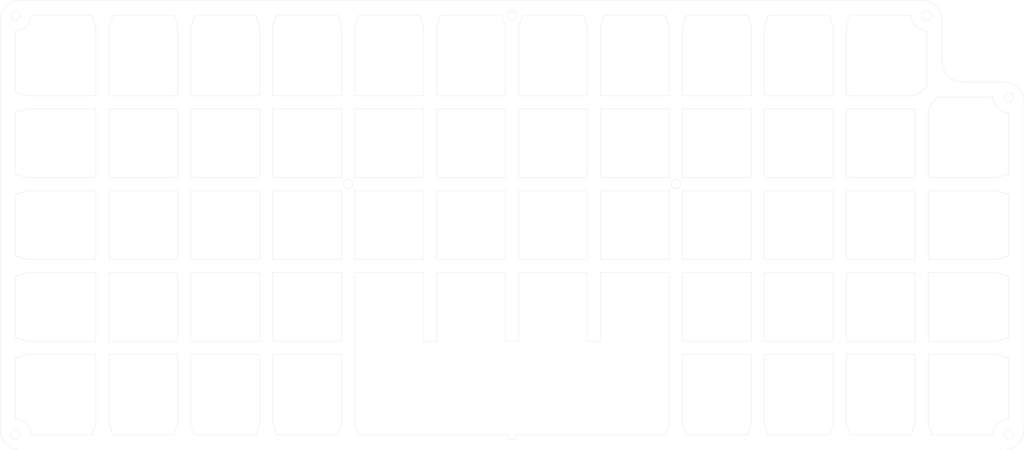
<source format=kicad_pcb>
(kicad_pcb (version 20171130) (host pcbnew "(5.1.5)-3")

  (general
    (thickness 1.6)
    (drawings 305)
    (tracks 0)
    (zones 0)
    (modules 0)
    (nets 1)
  )

  (page A4)
  (layers
    (0 F.Cu signal)
    (31 B.Cu signal)
    (32 B.Adhes user hide)
    (33 F.Adhes user hide)
    (34 B.Paste user hide)
    (35 F.Paste user hide)
    (36 B.SilkS user)
    (37 F.SilkS user)
    (38 B.Mask user)
    (39 F.Mask user)
    (40 Dwgs.User user hide)
    (41 Cmts.User user hide)
    (42 Eco1.User user hide)
    (43 Eco2.User user hide)
    (44 Edge.Cuts user)
    (45 Margin user hide)
    (46 B.CrtYd user hide)
    (47 F.CrtYd user hide)
    (48 B.Fab user hide)
    (49 F.Fab user hide)
  )

  (setup
    (last_trace_width 0.35)
    (trace_clearance 0.2)
    (zone_clearance 0.508)
    (zone_45_only no)
    (trace_min 0.2)
    (via_size 0.8)
    (via_drill 0.4)
    (via_min_size 0.4)
    (via_min_drill 0.3)
    (uvia_size 0.3)
    (uvia_drill 0.1)
    (uvias_allowed no)
    (uvia_min_size 0.2)
    (uvia_min_drill 0.1)
    (edge_width 0.05)
    (segment_width 0.2)
    (pcb_text_width 0.3)
    (pcb_text_size 1.5 1.5)
    (mod_edge_width 0.12)
    (mod_text_size 1 1)
    (mod_text_width 0.15)
    (pad_size 1.524 1.524)
    (pad_drill 0.762)
    (pad_to_mask_clearance 0.051)
    (solder_mask_min_width 0.25)
    (aux_axis_origin 0 0)
    (grid_origin 310.308625 71.707625)
    (visible_elements 7FFFF77F)
    (pcbplotparams
      (layerselection 0x01000_7ffffffe)
      (usegerberextensions true)
      (usegerberattributes false)
      (usegerberadvancedattributes false)
      (creategerberjobfile false)
      (excludeedgelayer true)
      (linewidth 0.100000)
      (plotframeref false)
      (viasonmask false)
      (mode 1)
      (useauxorigin false)
      (hpglpennumber 1)
      (hpglpenspeed 20)
      (hpglpendiameter 15.000000)
      (psnegative false)
      (psa4output false)
      (plotreference false)
      (plotvalue false)
      (plotinvisibletext false)
      (padsonsilk false)
      (subtractmaskfromsilk false)
      (outputformat 3)
      (mirror false)
      (drillshape 0)
      (scaleselection 1)
      (outputdirectory "dxf/"))
  )

  (net 0 "")

  (net_class Default "This is the default net class."
    (clearance 0.2)
    (trace_width 0.35)
    (via_dia 0.8)
    (via_drill 0.4)
    (uvia_dia 0.3)
    (uvia_drill 0.1)
    (diff_pair_width 0.35)
    (diff_pair_gap 0.25)
  )

  (gr_line (start 389.22425 52.992) (end 389.22425 49.942) (layer Edge.Cuts) (width 0.05) (tstamp 60029D09))
  (gr_line (start 405.22425 49.942) (end 408.27425 49.942) (layer Edge.Cuts) (width 0.05) (tstamp 60029D0B))
  (gr_line (start 424.27425 49.942) (end 427.32425 49.942) (layer Edge.Cuts) (width 0.05) (tstamp 60029D0C))
  (gr_line (start 443.32425 49.942) (end 446.37425 49.942) (layer Edge.Cuts) (width 0.05) (tstamp 60029D0D))
  (gr_line (start 462.37425 52.992) (end 462.37425 49.942) (layer Edge.Cuts) (width 0.05) (tstamp 60029D0A))
  (gr_line (start 329.02425 68.992) (end 329.02425 52.992) (layer Edge.Cuts) (width 0.05) (tstamp 5FE1317D))
  (gr_line (start 332.07425 52.992) (end 332.07425 68.992) (layer Edge.Cuts) (width 0.05) (tstamp 5FE1315C))
  (gr_line (start 370.17425 52.992) (end 370.17425 68.992) (layer Edge.Cuts) (width 0.05) (tstamp 5FE13192))
  (gr_line (start 367.12425 68.992) (end 367.12425 52.992) (layer Edge.Cuts) (width 0.05) (tstamp 5FE13191))
  (gr_line (start 370.17425 33.942) (end 370.17425 49.942) (layer Edge.Cuts) (width 0.05) (tstamp 5FE130DA))
  (gr_line (start 370.17425 49.942) (end 386.17425 49.942) (layer Edge.Cuts) (width 0.05) (tstamp 5FE130DB))
  (gr_line (start 386.17425 52.992) (end 370.17425 52.992) (layer Edge.Cuts) (width 0.05) (tstamp 5FE13197))
  (gr_line (start 367.12425 49.942) (end 367.12425 33.942) (layer Edge.Cuts) (width 0.05) (tstamp 5FE13194))
  (gr_line (start 367.12425 52.992) (end 351.12425 52.992) (layer Edge.Cuts) (width 0.05) (tstamp 5FE1318C))
  (gr_line (start 351.12425 49.942) (end 367.12425 49.942) (layer Edge.Cuts) (width 0.05) (tstamp 5FE13195))
  (gr_line (start 332.07425 33.942) (end 332.07425 49.942) (layer Edge.Cuts) (width 0.05) (tstamp 5FE1318D))
  (gr_line (start 332.07425 49.942) (end 348.07425 49.942) (layer Edge.Cuts) (width 0.05) (tstamp 5FE1318F))
  (gr_line (start 329.02425 52.992) (end 313.02425 52.992) (layer Edge.Cuts) (width 0.05) (tstamp 5FE13172))
  (gr_line (start 348.07425 52.992) (end 332.07425 52.992) (layer Edge.Cuts) (width 0.05) (tstamp 5FE1316D))
  (gr_line (start 329.02425 49.942) (end 329.02425 33.942) (layer Edge.Cuts) (width 0.05) (tstamp 5FE1315B))
  (gr_line (start 313.02425 49.942) (end 329.02425 49.942) (layer Edge.Cuts) (width 0.05) (tstamp 5FE13164))
  (gr_line (start 332.07425 -4.158) (end 332.07425 11.842) (layer Edge.Cuts) (width 0.05) (tstamp 5FE13184))
  (gr_line (start 329.02425 14.892) (end 313.02425 14.892) (layer Edge.Cuts) (width 0.05) (tstamp 5FE13178))
  (gr_line (start 329.02425 11.842) (end 329.02425 -4.158) (layer Edge.Cuts) (width 0.05) (tstamp 5FE13176))
  (gr_line (start 332.07425 14.892) (end 332.07425 30.892) (layer Edge.Cuts) (width 0.05) (tstamp 5FE1316E))
  (gr_line (start 332.07425 11.842) (end 348.07425 11.842) (layer Edge.Cuts) (width 0.05) (tstamp 5FE13174))
  (gr_line (start 348.07425 14.892) (end 332.07425 14.892) (layer Edge.Cuts) (width 0.05) (tstamp 5FE13162))
  (gr_line (start 313.02425 11.842) (end 329.02425 11.842) (layer Edge.Cuts) (width 0.05) (tstamp 5FE1315E))
  (gr_line (start 329.02425 30.892) (end 329.02425 14.892) (layer Edge.Cuts) (width 0.05) (tstamp 5FE1315D))
  (gr_line (start 370.17425 14.892) (end 370.17425 30.892) (layer Edge.Cuts) (width 0.05) (tstamp 5FE13182))
  (gr_line (start 370.17425 11.842) (end 386.17425 11.842) (layer Edge.Cuts) (width 0.05) (tstamp 5FE13181))
  (gr_line (start 370.17425 -4.158) (end 370.17425 11.842) (layer Edge.Cuts) (width 0.05) (tstamp 5FE1317C))
  (gr_line (start 351.12425 11.842) (end 367.12425 11.842) (layer Edge.Cuts) (width 0.05) (tstamp 5FE1316C))
  (gr_line (start 367.12425 11.842) (end 367.12425 -4.158) (layer Edge.Cuts) (width 0.05) (tstamp 5FE1316B))
  (gr_line (start 367.12425 14.892) (end 351.12425 14.892) (layer Edge.Cuts) (width 0.05) (tstamp 5FE1316A))
  (gr_line (start 367.12425 30.892) (end 367.12425 14.892) (layer Edge.Cuts) (width 0.05) (tstamp 5FE13160))
  (gr_line (start 386.17425 14.892) (end 370.17425 14.892) (layer Edge.Cuts) (width 0.05) (tstamp 5FE130E5))
  (gr_arc (start 425.79925 -25.923625) (end 427.324249 -24.088001) (angle -50.28088549) (layer Edge.Cuts) (width 0.05))
  (gr_arc (start 425.79925 -25.923625) (end 423.4128 -25.923625) (angle -50.28088549) (layer Edge.Cuts) (width 0.05))
  (gr_line (start 428.1857 -25.923625) (end 442.468 -25.923625) (layer Edge.Cuts) (width 0.05) (tstamp 5FE16B67))
  (gr_line (start 409.1305 -25.923625) (end 423.4128 -25.923625) (layer Edge.Cuts) (width 0.05) (tstamp 5FE16B64))
  (gr_line (start 424.27425 -7.208) (end 424.27425 -24.088) (layer Edge.Cuts) (width 0.05) (tstamp 5FE16B05))
  (gr_line (start 351.12425 52.992) (end 351.12425 68.992) (layer Edge.Cuts) (width 0.05) (tstamp 5FE13199))
  (gr_line (start 311.49925 75.2795) (end 540.09925 75.2795) (layer Edge.Cuts) (width 0.05) (tstamp 5FE13198))
  (gr_line (start 386.17425 68.992) (end 386.17425 52.992) (layer Edge.Cuts) (width 0.05) (tstamp 5FE13196))
  (gr_line (start 351.12425 33.942) (end 351.12425 49.942) (layer Edge.Cuts) (width 0.05) (tstamp 5FE13193))
  (gr_line (start 348.07425 33.942) (end 332.07425 33.942) (layer Edge.Cuts) (width 0.05) (tstamp 5FE13190))
  (gr_line (start 348.07425 49.942) (end 348.07425 33.942) (layer Edge.Cuts) (width 0.05) (tstamp 5FE1318E))
  (gr_line (start 370.17425 30.892) (end 386.17425 30.892) (layer Edge.Cuts) (width 0.05) (tstamp 5FE1318B))
  (gr_line (start 386.17425 30.892) (end 386.17425 14.892) (layer Edge.Cuts) (width 0.05) (tstamp 5FE1318A))
  (gr_line (start 386.17425 -4.158) (end 370.17425 -4.158) (layer Edge.Cuts) (width 0.05) (tstamp 5FE13189))
  (gr_line (start 386.17425 11.842) (end 386.17425 -4.158) (layer Edge.Cuts) (width 0.05) (tstamp 5FE13188))
  (gr_line (start 348.07425 68.992) (end 348.07425 52.992) (layer Edge.Cuts) (width 0.05) (tstamp 5FE13187))
  (gr_line (start 370.17425 -23.208) (end 370.17425 -7.208) (layer Edge.Cuts) (width 0.05) (tstamp 5FE13186))
  (gr_line (start 367.12425 -4.158) (end 351.12425 -4.158) (layer Edge.Cuts) (width 0.05) (tstamp 5FE13185))
  (gr_line (start 367.12425 33.942) (end 351.12425 33.942) (layer Edge.Cuts) (width 0.05) (tstamp 5FE13183))
  (gr_line (start 348.07425 11.842) (end 348.07425 -4.158) (layer Edge.Cuts) (width 0.05) (tstamp 5FE13180))
  (gr_line (start 386.17425 -7.208) (end 386.17425 -23.208) (layer Edge.Cuts) (width 0.05) (tstamp 5FE1317F))
  (gr_line (start 332.07425 -23.208) (end 332.07425 -7.208) (layer Edge.Cuts) (width 0.05) (tstamp 5FE1317E))
  (gr_line (start 370.17425 -7.208) (end 386.17425 -7.208) (layer Edge.Cuts) (width 0.05) (tstamp 5FE1317B))
  (gr_line (start 351.12425 -7.208) (end 367.12425 -7.208) (layer Edge.Cuts) (width 0.05) (tstamp 5FE1317A))
  (gr_line (start 367.12425 -7.208) (end 367.12425 -23.208) (layer Edge.Cuts) (width 0.05) (tstamp 5FE13179))
  (gr_line (start 313.02425 -7.208) (end 329.02425 -7.208) (layer Edge.Cuts) (width 0.05) (tstamp 5FE13177))
  (gr_line (start 348.07425 -7.208) (end 348.07425 -23.208) (layer Edge.Cuts) (width 0.05) (tstamp 5FE13175))
  (gr_line (start 329.02425 33.942) (end 313.02425 33.942) (layer Edge.Cuts) (width 0.05) (tstamp 5FE13173))
  (gr_line (start 329.02425 -4.158) (end 313.02425 -4.158) (layer Edge.Cuts) (width 0.05) (tstamp 5FE13171))
  (gr_line (start 351.12425 -4.158) (end 351.12425 11.842) (layer Edge.Cuts) (width 0.05) (tstamp 5FE13170))
  (gr_line (start 351.12425 -23.208) (end 351.12425 -7.208) (layer Edge.Cuts) (width 0.05) (tstamp 5FE1316F))
  (gr_line (start 313.02425 30.892) (end 329.02425 30.892) (layer Edge.Cuts) (width 0.05) (tstamp 5FE13169))
  (gr_line (start 351.12425 30.892) (end 367.12425 30.892) (layer Edge.Cuts) (width 0.05) (tstamp 5FE13168))
  (gr_line (start 351.12425 14.892) (end 351.12425 30.892) (layer Edge.Cuts) (width 0.05) (tstamp 5FE13167))
  (gr_line (start 332.07425 30.892) (end 348.07425 30.892) (layer Edge.Cuts) (width 0.05) (tstamp 5FE13166))
  (gr_line (start 332.07425 -7.208) (end 348.07425 -7.208) (layer Edge.Cuts) (width 0.05) (tstamp 5FE13165))
  (gr_line (start 348.07425 -4.158) (end 332.07425 -4.158) (layer Edge.Cuts) (width 0.05) (tstamp 5FE13163))
  (gr_line (start 329.02425 -7.208) (end 329.02425 -23.208) (layer Edge.Cuts) (width 0.05) (tstamp 5FE13161))
  (gr_line (start 348.07425 30.892) (end 348.07425 14.892) (layer Edge.Cuts) (width 0.05) (tstamp 5FE1315F))
  (gr_line (start 538.57425 14.892) (end 522.57425 14.892) (layer Edge.Cuts) (width 0.05) (tstamp 5FE1315A))
  (gr_line (start 522.57425 11.842) (end 538.57425 11.842) (layer Edge.Cuts) (width 0.05) (tstamp 5FE13159))
  (gr_line (start 500.47425 11.842) (end 500.47425 -4.158) (layer Edge.Cuts) (width 0.05) (tstamp 5FE13158))
  (gr_line (start 481.42425 11.842) (end 481.42425 -4.158) (layer Edge.Cuts) (width 0.05) (tstamp 5FE13157))
  (gr_line (start 465.42425 -7.208) (end 481.42425 -7.208) (layer Edge.Cuts) (width 0.05) (tstamp 5FE13156))
  (gr_line (start 484.47425 -7.208) (end 500.47425 -7.208) (layer Edge.Cuts) (width 0.05) (tstamp 5FE13155))
  (gr_line (start 519.52425 30.892) (end 519.52425 14.892) (layer Edge.Cuts) (width 0.05) (tstamp 5FE13154))
  (gr_line (start 427.32425 33.942) (end 427.32425 49.942) (layer Edge.Cuts) (width 0.05) (tstamp 5FE13153))
  (gr_line (start 481.42425 -4.158) (end 465.42425 -4.158) (layer Edge.Cuts) (width 0.05) (tstamp 5FE13152))
  (gr_line (start 481.42425 30.892) (end 481.42425 14.892) (layer Edge.Cuts) (width 0.05) (tstamp 5FE13151))
  (gr_line (start 484.47425 -23.208) (end 484.47425 -7.208) (layer Edge.Cuts) (width 0.05) (tstamp 5FE13150))
  (gr_line (start 465.42425 11.842) (end 481.42425 11.842) (layer Edge.Cuts) (width 0.05) (tstamp 5FE1314F))
  (gr_line (start 465.42425 30.892) (end 481.42425 30.892) (layer Edge.Cuts) (width 0.05) (tstamp 5FE1314E))
  (gr_line (start 484.47425 14.892) (end 484.47425 30.892) (layer Edge.Cuts) (width 0.05) (tstamp 5FE1314D))
  (gr_line (start 481.42425 14.892) (end 465.42425 14.892) (layer Edge.Cuts) (width 0.05) (tstamp 5FE1314C))
  (gr_line (start 500.47425 -7.208) (end 500.47425 -23.208) (layer Edge.Cuts) (width 0.05) (tstamp 5FE1314B))
  (gr_line (start 503.52425 -4.158) (end 503.52425 11.842) (layer Edge.Cuts) (width 0.05) (tstamp 5FE1314A))
  (gr_line (start 481.42425 -7.208) (end 481.42425 -23.208) (layer Edge.Cuts) (width 0.05) (tstamp 5FE13149))
  (gr_line (start 465.42425 -4.158) (end 465.42425 11.842) (layer Edge.Cuts) (width 0.05) (tstamp 5FE13148))
  (gr_line (start 522.57425 -4.158) (end 522.57425 11.842) (layer Edge.Cuts) (width 0.05) (tstamp 5FE13147))
  (gr_line (start 519.52425 -4.158) (end 503.52425 -4.158) (layer Edge.Cuts) (width 0.05) (tstamp 5FE13146))
  (gr_line (start 484.47425 11.842) (end 500.47425 11.842) (layer Edge.Cuts) (width 0.05) (tstamp 5FE13145))
  (gr_line (start 484.47425 -4.158) (end 484.47425 11.842) (layer Edge.Cuts) (width 0.05) (tstamp 5FE13144))
  (gr_line (start 465.42425 33.942) (end 465.42425 49.942) (layer Edge.Cuts) (width 0.05) (tstamp 5FE13143))
  (gr_line (start 519.52425 33.942) (end 503.52425 33.942) (layer Edge.Cuts) (width 0.05) (tstamp 5FE13142))
  (gr_line (start 522.57425 14.892) (end 522.57425 30.892) (layer Edge.Cuts) (width 0.05) (tstamp 5FE13141))
  (gr_line (start 481.42425 49.942) (end 481.42425 33.942) (layer Edge.Cuts) (width 0.05) (tstamp 5FE13140))
  (gr_line (start 503.52425 -7.208) (end 519.52425 -7.208) (layer Edge.Cuts) (width 0.05) (tstamp 5FE1313F))
  (gr_line (start 519.52425 11.842) (end 519.52425 -4.158) (layer Edge.Cuts) (width 0.05) (tstamp 5FE1313E))
  (gr_line (start 465.42425 49.942) (end 481.42425 49.942) (layer Edge.Cuts) (width 0.05) (tstamp 5FE1313D))
  (gr_line (start 503.52425 14.892) (end 503.52425 30.892) (layer Edge.Cuts) (width 0.05) (tstamp 5FE1313C))
  (gr_line (start 538.57425 33.942) (end 522.57425 33.942) (layer Edge.Cuts) (width 0.05) (tstamp 5FE1313B))
  (gr_line (start 503.52425 11.842) (end 519.52425 11.842) (layer Edge.Cuts) (width 0.05) (tstamp 5FE1313A))
  (gr_line (start 500.47425 14.892) (end 484.47425 14.892) (layer Edge.Cuts) (width 0.05) (tstamp 5FE13139))
  (gr_line (start 500.47425 30.892) (end 500.47425 14.892) (layer Edge.Cuts) (width 0.05) (tstamp 5FE13138))
  (gr_line (start 522.57425 49.942) (end 538.57425 49.942) (layer Edge.Cuts) (width 0.05) (tstamp 5FE13137))
  (gr_line (start 522.57425 33.942) (end 522.57425 49.942) (layer Edge.Cuts) (width 0.05) (tstamp 5FE13136))
  (gr_line (start 481.42425 33.942) (end 465.42425 33.942) (layer Edge.Cuts) (width 0.05) (tstamp 5FE13135))
  (gr_line (start 465.42425 14.892) (end 465.42425 30.892) (layer Edge.Cuts) (width 0.05) (tstamp 5FE13134))
  (gr_line (start 443.32425 49.942) (end 443.32425 33.942) (layer Edge.Cuts) (width 0.05) (tstamp 5FE13133))
  (gr_line (start 484.47425 30.892) (end 500.47425 30.892) (layer Edge.Cuts) (width 0.05) (tstamp 5FE13131))
  (gr_line (start 503.52425 -23.208) (end 503.52425 -7.208) (layer Edge.Cuts) (width 0.05) (tstamp 5FE13130))
  (gr_line (start 465.42425 -23.208) (end 465.42425 -7.208) (layer Edge.Cuts) (width 0.05) (tstamp 5FE1312F))
  (gr_line (start 519.52425 14.892) (end 503.52425 14.892) (layer Edge.Cuts) (width 0.05) (tstamp 5FE1312E))
  (gr_line (start 503.52425 30.892) (end 519.52425 30.892) (layer Edge.Cuts) (width 0.05) (tstamp 5FE1312D))
  (gr_line (start 500.47425 -4.158) (end 484.47425 -4.158) (layer Edge.Cuts) (width 0.05) (tstamp 5FE1312C))
  (gr_line (start 389.22425 33.942) (end 389.22425 49.942) (layer Edge.Cuts) (width 0.05) (tstamp 5FE1312B))
  (gr_line (start 389.22425 11.842) (end 405.22425 11.842) (layer Edge.Cuts) (width 0.05) (tstamp 5FE1312A))
  (gr_line (start 443.32425 -7.208) (end 443.32425 -23.208) (layer Edge.Cuts) (width 0.05) (tstamp 5FE13129))
  (gr_line (start 462.37425 14.892) (end 446.37425 14.892) (layer Edge.Cuts) (width 0.05) (tstamp 5FE13128))
  (gr_line (start 408.27425 -7.208) (end 424.27425 -7.208) (layer Edge.Cuts) (width 0.05) (tstamp 5FE13127))
  (gr_line (start 446.37425 33.942) (end 446.37425 49.942) (layer Edge.Cuts) (width 0.05) (tstamp 5FE13125))
  (gr_line (start 389.22425 14.892) (end 389.22425 30.892) (layer Edge.Cuts) (width 0.05) (tstamp 5FE13124))
  (gr_line (start 424.27425 30.892) (end 424.27425 14.892) (layer Edge.Cuts) (width 0.05) (tstamp 5FE13123))
  (gr_line (start 424.27425 11.842) (end 424.27425 -4.158) (layer Edge.Cuts) (width 0.05) (tstamp 5FE13122))
  (gr_line (start 446.37425 -7.208) (end 462.37425 -7.208) (layer Edge.Cuts) (width 0.05) (tstamp 5FE13121))
  (gr_line (start 424.27425 -4.158) (end 408.27425 -4.158) (layer Edge.Cuts) (width 0.05) (tstamp 5FE13120))
  (gr_line (start 462.37425 33.942) (end 446.37425 33.942) (layer Edge.Cuts) (width 0.05) (tstamp 5FE1311F))
  (gr_line (start 446.37425 30.892) (end 462.37425 30.892) (layer Edge.Cuts) (width 0.05) (tstamp 5FE1311E))
  (gr_line (start 405.22425 -7.208) (end 405.22425 -23.208) (layer Edge.Cuts) (width 0.05) (tstamp 5FE1311D))
  (gr_line (start 462.37425 49.942) (end 462.37425 33.942) (layer Edge.Cuts) (width 0.05) (tstamp 5FE1311C))
  (gr_line (start 408.27425 -23.208) (end 408.27425 -7.208) (layer Edge.Cuts) (width 0.05) (tstamp 5FE1311B))
  (gr_line (start 405.22425 49.942) (end 405.22425 33.942) (layer Edge.Cuts) (width 0.05) (tstamp 5FE1311A))
  (gr_line (start 443.32425 11.842) (end 443.32425 -4.158) (layer Edge.Cuts) (width 0.05) (tstamp 5FE13119))
  (gr_line (start 424.27425 14.892) (end 408.27425 14.892) (layer Edge.Cuts) (width 0.05) (tstamp 5FE13118))
  (gr_line (start 405.22425 30.892) (end 405.22425 14.892) (layer Edge.Cuts) (width 0.05) (tstamp 5FE13117))
  (gr_line (start 389.22425 -4.158) (end 389.22425 11.842) (layer Edge.Cuts) (width 0.05) (tstamp 5FE13116))
  (gr_line (start 446.37425 -4.158) (end 446.37425 11.842) (layer Edge.Cuts) (width 0.05) (tstamp 5FE13115))
  (gr_line (start 443.32425 30.892) (end 443.32425 14.892) (layer Edge.Cuts) (width 0.05) (tstamp 5FE13114))
  (gr_line (start 462.37425 -4.158) (end 446.37425 -4.158) (layer Edge.Cuts) (width 0.05) (tstamp 5FE13113))
  (gr_line (start 389.22425 30.892) (end 405.22425 30.892) (layer Edge.Cuts) (width 0.05) (tstamp 5FE13112))
  (gr_line (start 408.27425 14.892) (end 408.27425 30.892) (layer Edge.Cuts) (width 0.05) (tstamp 5FE13111))
  (gr_line (start 389.22425 -23.208) (end 389.22425 -7.208) (layer Edge.Cuts) (width 0.05) (tstamp 5FE13110))
  (gr_line (start 443.32425 -4.158) (end 427.32425 -4.158) (layer Edge.Cuts) (width 0.05) (tstamp 5FE1310F))
  (gr_line (start 443.32425 33.942) (end 427.32425 33.942) (layer Edge.Cuts) (width 0.05) (tstamp 5FE1310E))
  (gr_line (start 427.32425 14.892) (end 427.32425 30.892) (layer Edge.Cuts) (width 0.05) (tstamp 5FE1310D))
  (gr_line (start 446.37425 14.892) (end 446.37425 30.892) (layer Edge.Cuts) (width 0.05) (tstamp 5FE1310C))
  (gr_line (start 405.22425 14.892) (end 389.22425 14.892) (layer Edge.Cuts) (width 0.05) (tstamp 5FE1310B))
  (gr_line (start 427.32425 11.842) (end 443.32425 11.842) (layer Edge.Cuts) (width 0.05) (tstamp 5FE1310A))
  (gr_line (start 427.32425 30.892) (end 443.32425 30.892) (layer Edge.Cuts) (width 0.05) (tstamp 5FE13109))
  (gr_line (start 408.27425 11.842) (end 424.27425 11.842) (layer Edge.Cuts) (width 0.05) (tstamp 5FE13108))
  (gr_line (start 424.27425 33.942) (end 408.27425 33.942) (layer Edge.Cuts) (width 0.05) (tstamp 5FE13107))
  (gr_line (start 408.27425 33.942) (end 408.27425 49.942) (layer Edge.Cuts) (width 0.05) (tstamp 5FE13106))
  (gr_line (start 462.37425 30.892) (end 462.37425 14.892) (layer Edge.Cuts) (width 0.05) (tstamp 5FE13105))
  (gr_line (start 446.37425 -23.208) (end 446.37425 -7.208) (layer Edge.Cuts) (width 0.05) (tstamp 5FE13104))
  (gr_line (start 408.27425 -4.158) (end 408.27425 11.842) (layer Edge.Cuts) (width 0.05) (tstamp 5FE13103))
  (gr_line (start 462.37425 -7.208) (end 462.37425 -23.208) (layer Edge.Cuts) (width 0.05) (tstamp 5FE13102))
  (gr_line (start 462.37425 11.842) (end 462.37425 -4.158) (layer Edge.Cuts) (width 0.05) (tstamp 5FE13101))
  (gr_line (start 427.32425 -7.208) (end 443.32425 -7.208) (layer Edge.Cuts) (width 0.05) (tstamp 5FE13100))
  (gr_line (start 405.22425 33.942) (end 389.22425 33.942) (layer Edge.Cuts) (width 0.05) (tstamp 5FE130FF))
  (gr_line (start 408.27425 30.892) (end 424.27425 30.892) (layer Edge.Cuts) (width 0.05) (tstamp 5FE130FC))
  (gr_line (start 405.22425 11.842) (end 405.22425 -4.158) (layer Edge.Cuts) (width 0.05) (tstamp 5FE130FB))
  (gr_line (start 405.22425 -4.158) (end 389.22425 -4.158) (layer Edge.Cuts) (width 0.05) (tstamp 5FE130FA))
  (gr_line (start 389.22425 -7.208) (end 405.22425 -7.208) (layer Edge.Cuts) (width 0.05) (tstamp 5FE130F9))
  (gr_line (start 427.32425 -4.158) (end 427.32425 11.842) (layer Edge.Cuts) (width 0.05) (tstamp 5FE130F8))
  (gr_line (start 443.32425 14.892) (end 427.32425 14.892) (layer Edge.Cuts) (width 0.05) (tstamp 5FE130F7))
  (gr_line (start 424.27425 49.942) (end 424.27425 33.942) (layer Edge.Cuts) (width 0.05) (tstamp 5FE130F6))
  (gr_line (start 446.37425 11.842) (end 462.37425 11.842) (layer Edge.Cuts) (width 0.05) (tstamp 5FE130F5))
  (gr_line (start 484.47425 49.942) (end 500.47425 49.942) (layer Edge.Cuts) (width 0.05) (tstamp 5FE130F4))
  (gr_line (start 503.52425 49.942) (end 519.52425 49.942) (layer Edge.Cuts) (width 0.05) (tstamp 5FE130F3))
  (gr_line (start 519.52425 49.942) (end 519.52425 33.942) (layer Edge.Cuts) (width 0.05) (tstamp 5FE130F2))
  (gr_line (start 500.47425 33.942) (end 484.47425 33.942) (layer Edge.Cuts) (width 0.05) (tstamp 5FE130F1))
  (gr_line (start 503.52425 33.942) (end 503.52425 49.942) (layer Edge.Cuts) (width 0.05) (tstamp 5FE130F0))
  (gr_line (start 522.57425 30.892) (end 538.57425 30.892) (layer Edge.Cuts) (width 0.05) (tstamp 5FE130EF))
  (gr_line (start 500.47425 49.942) (end 500.47425 33.942) (layer Edge.Cuts) (width 0.05) (tstamp 5FE130EE))
  (gr_line (start 484.47425 33.942) (end 484.47425 49.942) (layer Edge.Cuts) (width 0.05) (tstamp 5FE130ED))
  (gr_line (start 424.69925 71.707625) (end 422.227375 71.707625) (layer Edge.Cuts) (width 0.05) (tstamp 5FE130EC))
  (gr_line (start 429.371125 71.707625) (end 426.89925 71.707625) (layer Edge.Cuts) (width 0.05) (tstamp 5FE130E9))
  (gr_arc (start 425.79925 71.707625) (end 424.69925 71.707625) (angle -180) (layer Edge.Cuts) (width 0.05) (tstamp 5FE130E6))
  (gr_line (start 386.17425 49.942) (end 386.17425 33.942) (layer Edge.Cuts) (width 0.05) (tstamp 5FE130E3))
  (gr_line (start 462.37425 68.992) (end 462.37425 52.992) (layer Edge.Cuts) (width 0.05) (tstamp 5FE130DC))
  (gr_line (start 389.22425 52.992) (end 389.22425 68.992) (layer Edge.Cuts) (width 0.05) (tstamp 5FE130D9))
  (gr_line (start 386.17425 33.942) (end 370.17425 33.942) (layer Edge.Cuts) (width 0.05) (tstamp 5FE130D8))
  (gr_arc (start 530.57425 -15.208) (end 525.81175 -15.208) (angle -90) (layer Edge.Cuts) (width 0.05) (tstamp 5FE130D7))
  (gr_line (start 306.73675 70.517) (end 306.73675 -24.733) (layer Edge.Cuts) (width 0.05) (tstamp 5FE130D6))
  (gr_arc (start 540.09925 -5.683) (end 544.86175 -5.683) (angle -90) (layer Edge.Cuts) (width 0.05) (tstamp 5FE130D5))
  (gr_line (start 311.49925 -29.4955) (end 521.04925 -29.4955) (layer Edge.Cuts) (width 0.05) (tstamp 5FE130D4))
  (gr_arc (start 540.09925 70.517) (end 540.09925 75.2795) (angle -90) (layer Edge.Cuts) (width 0.05) (tstamp 5FE130D3))
  (gr_line (start 544.86175 -5.683) (end 544.86175 70.517) (layer Edge.Cuts) (width 0.05) (tstamp 5FE130D2))
  (gr_line (start 525.81175 -24.733) (end 525.81175 -15.208) (layer Edge.Cuts) (width 0.05) (tstamp 5FE130D1))
  (gr_arc (start 311.49925 70.517) (end 306.73675 70.517) (angle -90) (layer Edge.Cuts) (width 0.05) (tstamp 5FE130D0))
  (gr_arc (start 521.04925 -24.733) (end 525.81175 -24.733) (angle -90) (layer Edge.Cuts) (width 0.05) (tstamp 5FE130CF))
  (gr_line (start 530.57425 -10.4455) (end 540.09925 -10.4455) (layer Edge.Cuts) (width 0.05) (tstamp 5FE130CE))
  (gr_arc (start 311.49925 -24.733) (end 311.49925 -29.4955) (angle -90) (layer Edge.Cuts) (width 0.05) (tstamp 5FE130CD))
  (gr_line (start 519.52425 -7.208) (end 522.239875 -9.254875) (layer Edge.Cuts) (width 0.05) (tstamp 5FE130CC))
  (gr_line (start 370.17425 -23.208) (end 371.0305 -25.923625) (layer Edge.Cuts) (width 0.05) (tstamp 5FE130CB))
  (gr_line (start 481.42425 -23.208) (end 480.568 -25.923625) (layer Edge.Cuts) (width 0.05) (tstamp 5FE130CA))
  (gr_line (start 443.32425 -23.208) (end 442.468 -25.923625) (layer Edge.Cuts) (width 0.05) (tstamp 5FE130C9))
  (gr_line (start 386.17425 -23.208) (end 385.318 -25.923625) (layer Edge.Cuts) (width 0.05) (tstamp 5FE130C8))
  (gr_line (start 367.12425 -23.208) (end 366.268 -25.923625) (layer Edge.Cuts) (width 0.05) (tstamp 5FE130C7))
  (gr_line (start 500.47425 -23.208) (end 499.618 -25.923625) (layer Edge.Cuts) (width 0.05) (tstamp 5FE130C6))
  (gr_line (start 389.22425 -23.208) (end 390.0805 -25.923625) (layer Edge.Cuts) (width 0.05) (tstamp 5FE130C5))
  (gr_line (start 328.168 -25.923625) (end 313.8805 -25.923625) (layer Edge.Cuts) (width 0.05) (tstamp 5FE130C4))
  (gr_line (start 480.568 -25.923625) (end 466.2805 -25.923625) (layer Edge.Cuts) (width 0.05) (tstamp 5FE130C3))
  (gr_line (start 310.308625 -8.06425) (end 310.308625 -22.35175) (layer Edge.Cuts) (width 0.05) (tstamp 5FE130C2))
  (gr_line (start 351.12425 -23.208) (end 351.9805 -25.923625) (layer Edge.Cuts) (width 0.05) (tstamp 5FE130C1))
  (gr_line (start 348.07425 -23.208) (end 347.218 -25.923625) (layer Edge.Cuts) (width 0.05) (tstamp 5FE130C0))
  (gr_line (start 462.37425 -23.208) (end 461.518 -25.923625) (layer Edge.Cuts) (width 0.05) (tstamp 5FE130BF))
  (gr_line (start 332.07425 -23.208) (end 332.9305 -25.923625) (layer Edge.Cuts) (width 0.05) (tstamp 5FE130BE))
  (gr_line (start 522.239875 -22.35175) (end 522.239875 -9.254875) (layer Edge.Cuts) (width 0.05) (tstamp 5FE130BD))
  (gr_line (start 446.37425 -23.208) (end 447.2305 -25.923625) (layer Edge.Cuts) (width 0.05) (tstamp 5FE130BC))
  (gr_line (start 405.22425 -23.208) (end 404.368 -25.923625) (layer Edge.Cuts) (width 0.05) (tstamp 5FE130BB))
  (gr_line (start 366.268 -25.923625) (end 351.9805 -25.923625) (layer Edge.Cuts) (width 0.05) (tstamp 5FE130BA))
  (gr_line (start 313.02425 -7.208) (end 310.308625 -8.06425) (layer Edge.Cuts) (width 0.05) (tstamp 5FE130B9))
  (gr_line (start 329.02425 -23.208) (end 328.168 -25.923625) (layer Edge.Cuts) (width 0.05) (tstamp 5FE130B8))
  (gr_line (start 347.218 -25.923625) (end 332.9305 -25.923625) (layer Edge.Cuts) (width 0.05) (tstamp 5FE130B7))
  (gr_line (start 522.57425 -4.158) (end 524.621125 -6.873625) (layer Edge.Cuts) (width 0.05) (tstamp 5FE130B6))
  (gr_line (start 503.52425 -23.208) (end 504.3805 -25.923625) (layer Edge.Cuts) (width 0.05) (tstamp 5FE130B5))
  (gr_line (start 499.618 -25.923625) (end 485.3305 -25.923625) (layer Edge.Cuts) (width 0.05) (tstamp 5FE130B4))
  (gr_line (start 518.668 -25.923625) (end 504.3805 -25.923625) (layer Edge.Cuts) (width 0.05) (tstamp 5FE130B3))
  (gr_line (start 484.47425 -23.208) (end 485.3305 -25.923625) (layer Edge.Cuts) (width 0.05) (tstamp 5FE130B2))
  (gr_line (start 465.42425 -23.208) (end 466.2805 -25.923625) (layer Edge.Cuts) (width 0.05) (tstamp 5FE130B1))
  (gr_line (start 404.368 -25.923625) (end 390.0805 -25.923625) (layer Edge.Cuts) (width 0.05) (tstamp 5FE130B0))
  (gr_line (start 385.318 -25.923625) (end 371.0305 -25.923625) (layer Edge.Cuts) (width 0.05) (tstamp 5FE130AF))
  (gr_line (start 461.518 -25.923625) (end 447.2305 -25.923625) (layer Edge.Cuts) (width 0.05) (tstamp 5FE130AE))
  (gr_line (start 408.27425 -23.208) (end 409.1305 -25.923625) (layer Edge.Cuts) (width 0.05) (tstamp 5FE130AD))
  (gr_line (start 537.718 -6.873625) (end 524.621125 -6.873625) (layer Edge.Cuts) (width 0.05) (tstamp 5FE130AC))
  (gr_arc (start 310.308625 71.707625) (end 313.8805 71.707625) (angle -90) (layer Edge.Cuts) (width 0.05) (tstamp 5FE130AB))
  (gr_line (start 310.308625 68.13575) (end 310.308625 53.84825) (layer Edge.Cuts) (width 0.05) (tstamp 5FE130AA))
  (gr_line (start 481.42425 52.992) (end 465.42425 52.992) (layer Edge.Cuts) (width 0.05) (tstamp 5FE130A9))
  (gr_circle (center 310.308625 -25.923625) (end 311.408625 -25.923625) (layer Edge.Cuts) (width 0.05) (tstamp 5FE130A8))
  (gr_line (start 313.02425 33.942) (end 310.308625 34.79825) (layer Edge.Cuts) (width 0.05) (tstamp 5FE130A7))
  (gr_line (start 385.318 71.707625) (end 386.17425 68.992) (layer Edge.Cuts) (width 0.05) (tstamp 5FE130A6))
  (gr_circle (center 522.239875 -25.923625) (end 523.339875 -25.923625) (layer Edge.Cuts) (width 0.05) (tstamp 5FE130A5))
  (gr_line (start 367.12425 68.992) (end 366.268 71.707625) (layer Edge.Cuts) (width 0.05) (tstamp 5FE130A4))
  (gr_line (start 371.0305 71.707625) (end 385.318 71.707625) (layer Edge.Cuts) (width 0.05) (tstamp 5FE130A3))
  (gr_line (start 328.168 71.707625) (end 313.8805 71.707625) (layer Edge.Cuts) (width 0.05) (tstamp 5FE130A2))
  (gr_line (start 310.308625 49.08575) (end 310.308625 34.79825) (layer Edge.Cuts) (width 0.05) (tstamp 5FE130A1))
  (gr_line (start 348.07425 68.992) (end 347.218 71.707625) (layer Edge.Cuts) (width 0.05) (tstamp 5FE130A0))
  (gr_line (start 332.07425 68.992) (end 332.9305 71.707625) (layer Edge.Cuts) (width 0.05) (tstamp 5FE1309F))
  (gr_circle (center 463.89925 13.367) (end 464.99925 13.367) (layer Edge.Cuts) (width 0.05) (tstamp 5FE1309E))
  (gr_circle (center 541.289875 -6.873625) (end 542.389875 -6.873625) (layer Edge.Cuts) (width 0.05) (tstamp 5FE1309D))
  (gr_line (start 500.47425 68.992) (end 500.47425 52.992) (layer Edge.Cuts) (width 0.05) (tstamp 5FE1309C))
  (gr_line (start 538.57425 52.992) (end 522.57425 52.992) (layer Edge.Cuts) (width 0.05) (tstamp 5FE1309B))
  (gr_line (start 484.47425 52.992) (end 484.47425 68.992) (layer Edge.Cuts) (width 0.05) (tstamp 5FE1309A))
  (gr_line (start 366.268 71.707625) (end 351.9805 71.707625) (layer Edge.Cuts) (width 0.05) (tstamp 5FE13099))
  (gr_line (start 522.57425 52.992) (end 522.57425 68.992) (layer Edge.Cuts) (width 0.05) (tstamp 5FE13098))
  (gr_line (start 519.52425 68.992) (end 519.52425 52.992) (layer Edge.Cuts) (width 0.05) (tstamp 5FE13097))
  (gr_line (start 500.47425 52.992) (end 484.47425 52.992) (layer Edge.Cuts) (width 0.05) (tstamp 5FE13096))
  (gr_line (start 503.52425 52.992) (end 503.52425 68.992) (layer Edge.Cuts) (width 0.05) (tstamp 5FE13095))
  (gr_line (start 310.308625 10.98575) (end 310.308625 -3.30175) (layer Edge.Cuts) (width 0.05) (tstamp 5FE13094))
  (gr_line (start 313.02425 11.842) (end 310.308625 10.98575) (layer Edge.Cuts) (width 0.05) (tstamp 5FE13093))
  (gr_line (start 313.02425 -4.158) (end 310.308625 -3.30175) (layer Edge.Cuts) (width 0.05) (tstamp 5FE13092))
  (gr_line (start 465.42425 52.992) (end 465.42425 68.992) (layer Edge.Cuts) (width 0.05) (tstamp 5FE13091))
  (gr_line (start 313.02425 30.892) (end 310.308625 30.03575) (layer Edge.Cuts) (width 0.05) (tstamp 5FE13090))
  (gr_line (start 313.02425 49.942) (end 310.308625 49.08575) (layer Edge.Cuts) (width 0.05) (tstamp 5FE1308F))
  (gr_line (start 351.12425 68.992) (end 351.9805 71.707625) (layer Edge.Cuts) (width 0.05) (tstamp 5FE1308E))
  (gr_circle (center 541.289875 71.707625) (end 542.389875 71.707625) (layer Edge.Cuts) (width 0.05) (tstamp 5FE1308D))
  (gr_line (start 519.52425 52.992) (end 503.52425 52.992) (layer Edge.Cuts) (width 0.05) (tstamp 5FE1308C))
  (gr_line (start 313.02425 52.992) (end 310.308625 53.84825) (layer Edge.Cuts) (width 0.05) (tstamp 5FE1308B))
  (gr_line (start 329.02425 68.992) (end 328.168 71.707625) (layer Edge.Cuts) (width 0.05) (tstamp 5FE1308A))
  (gr_line (start 370.17425 68.992) (end 371.0305 71.707625) (layer Edge.Cuts) (width 0.05) (tstamp 5FE13089))
  (gr_circle (center 310.308625 71.707625) (end 311.408625 71.707625) (layer Edge.Cuts) (width 0.05) (tstamp 5FE13088))
  (gr_line (start 332.9305 71.707625) (end 347.218 71.707625) (layer Edge.Cuts) (width 0.05) (tstamp 5FE13087))
  (gr_circle (center 387.69925 13.367) (end 388.79925 13.367) (layer Edge.Cuts) (width 0.05) (tstamp 5FE13086))
  (gr_circle (center 425.79925 -25.923625) (end 426.89925 -25.923625) (layer Edge.Cuts) (width 0.05) (tstamp 5FE13085))
  (gr_line (start 481.42425 68.992) (end 481.42425 52.992) (layer Edge.Cuts) (width 0.05) (tstamp 5FE13084))
  (gr_line (start 310.308625 30.03575) (end 310.308625 15.74825) (layer Edge.Cuts) (width 0.05) (tstamp 5FE13083))
  (gr_line (start 313.02425 14.892) (end 310.308625 15.74825) (layer Edge.Cuts) (width 0.05) (tstamp 5FE13082))
  (gr_line (start 427.32425 -7.208) (end 427.32425 -24.088) (layer Edge.Cuts) (width 0.05) (tstamp 5FE13081))
  (gr_line (start 480.568 71.707625) (end 481.42425 68.992) (layer Edge.Cuts) (width 0.05) (tstamp 5FE1307F))
  (gr_line (start 538.57425 52.992) (end 541.289875 53.84825) (layer Edge.Cuts) (width 0.05) (tstamp 5FE1307E))
  (gr_line (start 538.57425 11.842) (end 541.289875 10.98575) (layer Edge.Cuts) (width 0.05) (tstamp 5FE1307D))
  (gr_line (start 504.3805 71.707625) (end 518.668 71.707625) (layer Edge.Cuts) (width 0.05) (tstamp 5FE1307C))
  (gr_line (start 390.0805 71.707625) (end 422.227375 71.707625) (layer Edge.Cuts) (width 0.05) (tstamp 5FE1307B))
  (gr_line (start 538.57425 14.892) (end 541.289875 15.74825) (layer Edge.Cuts) (width 0.05) (tstamp 5FE1307A))
  (gr_arc (start 541.289875 -6.873625) (end 537.718 -6.873625) (angle -90) (layer Edge.Cuts) (width 0.05) (tstamp 5FE13079))
  (gr_line (start 485.3305 71.707625) (end 499.618 71.707625) (layer Edge.Cuts) (width 0.05) (tstamp 5FE13078))
  (gr_line (start 541.289875 30.03575) (end 538.57425 30.892) (layer Edge.Cuts) (width 0.05) (tstamp 5FE13077))
  (gr_line (start 541.289875 53.84825) (end 541.289875 68.13575) (layer Edge.Cuts) (width 0.05) (tstamp 5FE13076))
  (gr_line (start 462.37425 68.992) (end 461.518 71.707625) (layer Edge.Cuts) (width 0.05) (tstamp 5FE13075))
  (gr_line (start 522.57425 68.992) (end 523.4305 71.707625) (layer Edge.Cuts) (width 0.05) (tstamp 5FE13074))
  (gr_line (start 523.4305 71.707625) (end 537.718 71.707625) (layer Edge.Cuts) (width 0.05) (tstamp 5FE13072))
  (gr_line (start 541.289875 49.08575) (end 538.57425 49.942) (layer Edge.Cuts) (width 0.05) (tstamp 5FE13071))
  (gr_line (start 390.0805 71.707625) (end 389.22425 68.992) (layer Edge.Cuts) (width 0.05) (tstamp 5FE13070))
  (gr_line (start 518.668 71.707625) (end 519.52425 68.992) (layer Edge.Cuts) (width 0.05) (tstamp 5FE1306F))
  (gr_line (start 503.52425 68.992) (end 504.3805 71.707625) (layer Edge.Cuts) (width 0.05) (tstamp 5FE1306E))
  (gr_line (start 499.618 71.707625) (end 500.47425 68.992) (layer Edge.Cuts) (width 0.05) (tstamp 5FE1306D))
  (gr_line (start 541.289875 34.79825) (end 541.289875 49.08575) (layer Edge.Cuts) (width 0.05) (tstamp 5FE1306C))
  (gr_line (start 541.289875 10.98575) (end 541.289875 -3.30175) (layer Edge.Cuts) (width 0.05) (tstamp 5FE1306B))
  (gr_arc (start 522.239875 -25.923625) (end 518.668 -25.923625) (angle -90) (layer Edge.Cuts) (width 0.05) (tstamp 5FE1306A))
  (gr_line (start 538.57425 33.942) (end 541.289875 34.79825) (layer Edge.Cuts) (width 0.05) (tstamp 5FE13069))
  (gr_line (start 484.47425 68.992) (end 485.3305 71.707625) (layer Edge.Cuts) (width 0.05) (tstamp 5FE13068))
  (gr_arc (start 310.308625 -25.923625) (end 310.308625 -22.35175) (angle -90) (layer Edge.Cuts) (width 0.05) (tstamp 5FE13067))
  (gr_arc (start 541.289875 71.707625) (end 541.289875 68.13575) (angle -90) (layer Edge.Cuts) (width 0.05) (tstamp 5FE13066))
  (gr_line (start 465.42425 68.992) (end 466.2805 71.707625) (layer Edge.Cuts) (width 0.05) (tstamp 5FE13065))
  (gr_line (start 541.289875 15.74825) (end 541.289875 30.03575) (layer Edge.Cuts) (width 0.05) (tstamp 5FE13064))
  (gr_line (start 466.2805 71.707625) (end 480.568 71.707625) (layer Edge.Cuts) (width 0.05) (tstamp 5FE13062))
  (gr_line (start 461.518 71.707625) (end 429.371125 71.707625) (layer Edge.Cuts) (width 0.05) (tstamp 5FE13061))

)

</source>
